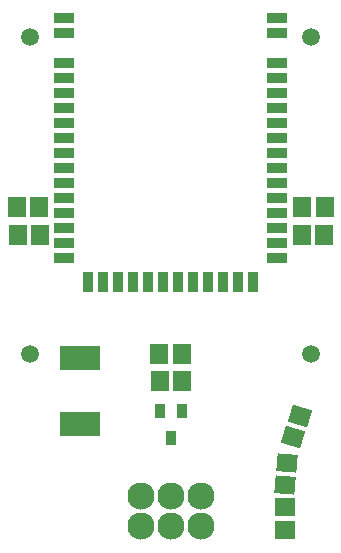
<source format=gbr>
G04 DipTrace 3.2.0.1*
G04 Âåðõíÿÿìàñêà.gbr*
%MOMM*%
G04 #@! TF.FileFunction,Soldermask,Top*
G04 #@! TF.Part,Single*
%AMOUTLINE4*
4,1,4,
0.59505,-0.96483,
-1.03143,-0.47028,
-0.59505,0.96483,
1.03143,0.47028,
0.59505,-0.96483,
0*%
%AMOUTLINE7*
4,1,4,
0.78824,-0.81467,
-0.90647,-0.68064,
-0.78824,0.81467,
0.90647,0.68064,
0.78824,-0.81467,
0*%
%AMOUTLINE10*
4,1,4,
0.85015,-0.74981,
-0.84988,-0.75015,
-0.85015,0.74981,
0.84988,0.75015,
0.85015,-0.74981,
0*%
%ADD30C,1.5*%
%ADD38C,2.3*%
%ADD40R,1.8X0.95*%
%ADD42R,0.95X1.8*%
%ADD46R,0.85X1.25*%
%ADD48R,1.5X1.7*%
%ADD50R,3.4X2.0*%
%ADD58OUTLINE4*%
%ADD61OUTLINE7*%
%ADD64OUTLINE10*%
%FSLAX35Y35*%
G04*
G71*
G90*
G75*
G01*
G04 TopMask*
%LPD*%
D50*
X-767500Y-1726697D3*
Y-2286697D3*
D48*
X1112000Y-449000D3*
X1302000D3*
D30*
X-1190000Y990000D3*
X1190000D3*
X-1190000Y-1690000D3*
X1190000D3*
D46*
X94823Y-2170360D3*
X-95177D3*
X-177Y-2400360D3*
D48*
X-1301983Y-449010D3*
X-1111983D3*
X-1297477Y-684000D3*
X-1107477D3*
X1297500D3*
X1107500D3*
X-97873Y-1693497D3*
X92127D3*
X-94610Y-1923610D3*
X95390D3*
D58*
X1039003Y-2396573D3*
X1094277Y-2214787D3*
D61*
X969700Y-2801313D3*
X984680Y-2611900D3*
D64*
X963573Y-3180773D3*
X963533Y-2990773D3*
D42*
X-63500Y-1080000D3*
X63500D3*
X-190500D3*
X-317500D3*
X-444500D3*
X-571500D3*
X-698500D3*
X190500D3*
X317500D3*
X444500D3*
X571500D3*
X698500D3*
D40*
X-900000Y-880500D3*
Y-753500D3*
X900000Y-880500D3*
X-900000Y-626500D3*
Y-499500D3*
Y-372500D3*
Y-245500D3*
Y-118500D3*
Y8500D3*
Y135500D3*
Y262500D3*
Y389500D3*
Y516500D3*
Y643500D3*
Y770500D3*
X900000Y-753500D3*
Y-626500D3*
Y-499500D3*
Y-372500D3*
Y-245500D3*
Y-118500D3*
Y8500D3*
Y135500D3*
Y262500D3*
Y389500D3*
Y516500D3*
Y643500D3*
Y770500D3*
X-900000Y1024500D3*
Y1151500D3*
X900000Y1024500D3*
Y1151500D3*
D38*
X-254000Y-3150000D3*
X0D3*
X254000D3*
X-254000Y-2896000D3*
X0D3*
X254000D3*
M02*

</source>
